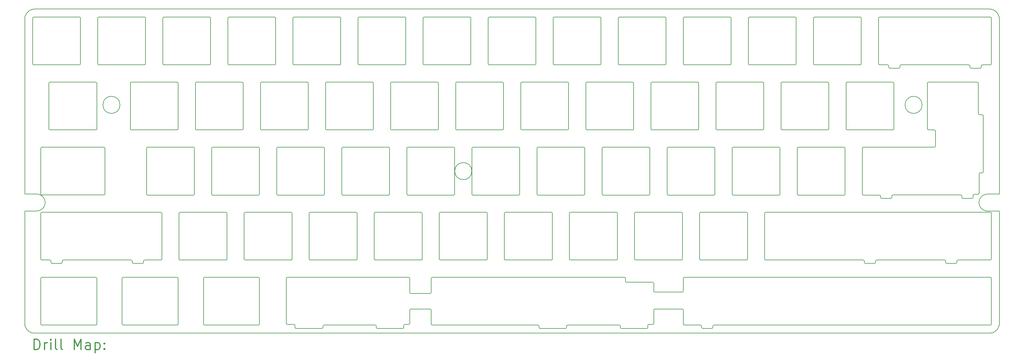
<source format=gbr>
%FSLAX45Y45*%
G04 Gerber Fmt 4.5, Leading zero omitted, Abs format (unit mm)*
G04 Created by KiCad (PCBNEW (5.1.4)-1) date 2020-11-16 22:26:11*
%MOMM*%
%LPD*%
G04 APERTURE LIST*
%ADD10C,0.200000*%
%ADD11C,0.300000*%
G04 APERTURE END LIST*
D10*
X27980100Y4719110D02*
X28045000Y4719110D01*
X28200162Y3599140D02*
X28547000Y3599140D01*
X28200162Y4099100D02*
X28547000Y4099100D01*
X11251300Y1659300D02*
G75*
G02X11281300Y1629300I0J-30000D01*
G01*
X7697700Y282222D02*
G75*
G02X7667700Y312222I0J30000D01*
G01*
X7667700Y1629300D02*
G75*
G02X7697700Y1659300I30000J0D01*
G01*
X27898000Y7374290D02*
G75*
G02X27928000Y7344290I0J-30000D01*
G01*
X27806900Y7374290D02*
X27898000Y7374290D01*
X27928000Y7219300D02*
X27928000Y7344290D01*
X14948300Y1659300D02*
X15751200Y1659300D01*
X25037600Y4069080D02*
G75*
G02X25067600Y4039080I0J-30000D01*
G01*
X24532100Y5439150D02*
G75*
G02X24562100Y5469150I30000J0D01*
G01*
X24562100Y4069080D02*
G75*
G02X24532100Y4099080I0J30000D01*
G01*
X24562100Y5469150D02*
X24812700Y5469150D01*
X24562100Y4069080D02*
X25037600Y4069080D01*
X24532100Y4769115D02*
X24532100Y4099080D01*
X24532100Y4769115D02*
X24532100Y5439150D01*
X10423800Y1659300D02*
X11251300Y1659300D01*
X11281300Y1482260D02*
X11281300Y1629300D01*
X7667700Y1159250D02*
X7667700Y939228D01*
X8607620Y1659300D02*
X7697700Y1659300D01*
X7667700Y1159250D02*
X7667700Y1629300D01*
X7667700Y939228D02*
X7667700Y312222D01*
X7780100Y282222D02*
X7697700Y282222D01*
X25752500Y5469150D02*
X24812700Y5469150D01*
X23044600Y2164220D02*
X23609500Y2164210D01*
X23044600Y3564290D02*
X23609500Y3564290D01*
X28200162Y3599140D02*
G75*
G02X28200162Y4099100I-3162J249980D01*
G01*
X26283200Y6709060D02*
G75*
G03X26283200Y6709060I-250000J0D01*
G01*
X13098400Y4769045D02*
G75*
G03X13098400Y4769045I-250000J0D01*
G01*
X2798265Y6709130D02*
G75*
G03X2798265Y6709130I-250000J0D01*
G01*
X352929Y4099100D02*
G75*
G02X359530Y3599189I6670J-249911D01*
G01*
X359530Y3599189D02*
X359530Y3599140D01*
X8222670Y162195D02*
X8428330Y162195D01*
X10602500Y162195D02*
X10808900Y162195D01*
X17746400Y162195D02*
X17940800Y162195D01*
X15366300Y162195D02*
X15572600Y162195D01*
X27958000Y6421790D02*
G75*
G02X27928000Y6451790I0J30000D01*
G01*
X27928000Y6604190D02*
X27928000Y6451790D01*
X27417500Y4069220D02*
G75*
G02X27447500Y4039220I0J-30000D01*
G01*
X27092500Y4069220D02*
X27417500Y4069220D01*
X19293100Y1259210D02*
G75*
G02X19263100Y1229210I-30000J0D01*
G01*
X18455200Y1229210D02*
G75*
G02X18425200Y1259210I0J30000D01*
G01*
X19078300Y1229210D02*
X18455200Y1229210D01*
X19078300Y1229210D02*
X19263100Y1229210D01*
X25397400Y4039220D02*
G75*
G02X25427400Y4069220I30000J0D01*
G01*
X25722500Y4069220D02*
X25427400Y4069220D01*
X25752500Y4069220D02*
X25722500Y4069220D01*
X25038100Y7879220D02*
G75*
G02X25008100Y7909220I0J30000D01*
G01*
X25275600Y7879220D02*
G75*
G02X25305600Y7849220I0J-30000D01*
G01*
X25335600Y7782210D02*
G75*
G02X25305600Y7812210I0J30000D01*
G01*
X25635700Y7812210D02*
G75*
G02X25605700Y7782210I-30000J0D01*
G01*
X25635700Y7849220D02*
G75*
G02X25665700Y7879220I30000J0D01*
G01*
X27655600Y7879220D02*
G75*
G02X27685600Y7849220I0J-30000D01*
G01*
X27715600Y7782210D02*
G75*
G02X27685600Y7812210I0J30000D01*
G01*
X28015700Y7812210D02*
G75*
G02X27985700Y7782210I-30000J0D01*
G01*
X28015700Y7849220D02*
G75*
G02X28045700Y7879220I30000J0D01*
G01*
X28313200Y7909220D02*
G75*
G02X28283200Y7879220I-30000J0D01*
G01*
X28283200Y9279290D02*
G75*
G02X28313200Y9249290I0J-30000D01*
G01*
X25008100Y9249290D02*
G75*
G02X25038100Y9279290I30000J0D01*
G01*
X26675100Y5499150D02*
G75*
G02X26645100Y5469150I-30000J0D01*
G01*
X26645100Y5974220D02*
G75*
G02X26675100Y5944220I0J-30000D01*
G01*
X26467000Y5974220D02*
G75*
G02X26437000Y6004220I0J30000D01*
G01*
X26437000Y7344290D02*
G75*
G02X26467000Y7374290I30000J0D01*
G01*
X28045000Y6421790D02*
G75*
G02X28075000Y6391790I0J-30000D01*
G01*
X28075000Y4749110D02*
G75*
G02X28045000Y4719110I-30000J0D01*
G01*
X28075000Y5021720D02*
X28075000Y4749110D01*
X27950100Y4689110D02*
G75*
G02X27980100Y4719110I30000J0D01*
G01*
X27950100Y4122220D02*
G75*
G02X27920100Y4092220I-30000J0D01*
G01*
X27777500Y4062220D02*
G75*
G02X27807500Y4092220I30000J0D01*
G01*
X27777500Y4002210D02*
G75*
G02X27747500Y3972210I-30000J0D01*
G01*
X27477500Y3972210D02*
G75*
G02X27447500Y4002210I0J30000D01*
G01*
X25397400Y4002210D02*
G75*
G02X25367400Y3972210I-30000J0D01*
G01*
X25097600Y3972210D02*
G75*
G02X25067600Y4002210I0J30000D01*
G01*
X24561400Y2164210D02*
G75*
G02X24591400Y2134210I0J-30000D01*
G01*
X24621400Y2067200D02*
G75*
G02X24591400Y2097200I0J30000D01*
G01*
X24921300Y2097200D02*
G75*
G02X24891300Y2067200I-30000J0D01*
G01*
X24921300Y2134210D02*
G75*
G02X24951300Y2164210I30000J0D01*
G01*
X26941200Y2164210D02*
G75*
G02X26971200Y2134210I0J-30000D01*
G01*
X27001200Y2067200D02*
G75*
G02X26971200Y2097200I0J30000D01*
G01*
X27301300Y2097200D02*
G75*
G02X27271300Y2067200I-30000J0D01*
G01*
X27301300Y2134210D02*
G75*
G02X27331300Y2164210I30000J0D01*
G01*
X28313200Y2194210D02*
G75*
G02X28283200Y2164210I-30000J0D01*
G01*
X28283200Y3564290D02*
G75*
G02X28313200Y3534290I0J-30000D01*
G01*
X7892610Y282222D02*
G75*
G02X7922610Y252222I0J-30000D01*
G01*
X7952610Y162195D02*
G75*
G02X7922610Y192195I0J30000D01*
G01*
X8740780Y192195D02*
G75*
G02X8710780Y162195I-30000J0D01*
G01*
X8740780Y229209D02*
G75*
G02X8770780Y259209I30000J0D01*
G01*
X10272600Y259209D02*
G75*
G02X10302600Y229209I0J-30000D01*
G01*
X10332600Y162195D02*
G75*
G02X10302600Y192195I0J30000D01*
G01*
X11108800Y192195D02*
G75*
G02X11078800Y162195I-30000J0D01*
G01*
X11108800Y252222D02*
G75*
G02X11138800Y282222I30000J0D01*
G01*
X11281300Y312222D02*
G75*
G02X11251300Y282222I-30000J0D01*
G01*
X11281300Y699259D02*
G75*
G02X11311300Y729259I30000J0D01*
G01*
X11881400Y729259D02*
G75*
G02X11911400Y699259I0J-30000D01*
G01*
X11941400Y259209D02*
G75*
G02X11911400Y289209I0J30000D01*
G01*
X15036400Y259209D02*
G75*
G02X15066400Y229209I0J-30000D01*
G01*
X15096400Y162195D02*
G75*
G02X15066400Y192195I0J30000D01*
G01*
X14978300Y259209D02*
X15036400Y259209D01*
X15872700Y192195D02*
G75*
G02X15842700Y162195I-30000J0D01*
G01*
X15872700Y229209D02*
G75*
G02X15902700Y259209I30000J0D01*
G01*
X17416200Y259209D02*
G75*
G02X17446200Y229209I0J-30000D01*
G01*
X17476200Y162195D02*
G75*
G02X17446200Y192195I0J30000D01*
G01*
X18252700Y192195D02*
G75*
G02X18222700Y162195I-30000J0D01*
G01*
X18252700Y252222D02*
G75*
G02X18282700Y282222I30000J0D01*
G01*
X18425200Y312222D02*
G75*
G02X18395200Y282222I-30000J0D01*
G01*
X18425200Y699259D02*
G75*
G02X18455200Y729259I30000J0D01*
G01*
X19263100Y729259D02*
G75*
G02X19293100Y699259I0J-30000D01*
G01*
X19323100Y259209D02*
G75*
G02X19293100Y289209I0J30000D01*
G01*
X19798300Y259209D02*
G75*
G02X19828300Y229209I0J-30000D01*
G01*
X19858300Y162195D02*
G75*
G02X19828300Y192195I0J30000D01*
G01*
X20158100Y192195D02*
G75*
G02X20128100Y162195I-30000J0D01*
G01*
X20158100Y229209D02*
G75*
G02X20188100Y259209I30000J0D01*
G01*
X28313200Y289209D02*
G75*
G02X28283200Y259209I-30000J0D01*
G01*
X28283200Y1659300D02*
G75*
G02X28313200Y1629300I0J-30000D01*
G01*
X19293100Y1629300D02*
G75*
G02X19323100Y1659300I30000J0D01*
G01*
X18395200Y1512260D02*
G75*
G02X18425200Y1482260I0J-30000D01*
G01*
X17627700Y1512260D02*
G75*
G02X17597700Y1542260I0J30000D01*
G01*
X17567700Y1659300D02*
G75*
G02X17597700Y1629300I0J-30000D01*
G01*
X11911400Y1629300D02*
G75*
G02X11941400Y1659300I30000J0D01*
G01*
X11911400Y1219250D02*
G75*
G02X11881400Y1189250I-30000J0D01*
G01*
X11311300Y1189250D02*
G75*
G02X11281300Y1219250I0J30000D01*
G01*
X5273870Y259209D02*
G75*
G02X5243870Y289209I0J30000D01*
G01*
X6881920Y289209D02*
G75*
G02X6851920Y259209I-30000J0D01*
G01*
X6851920Y1659300D02*
G75*
G02X6881920Y1629300I0J-30000D01*
G01*
X5243870Y1629300D02*
G75*
G02X5273870Y1659300I30000J0D01*
G01*
X2892600Y259209D02*
G75*
G02X2862600Y289209I0J30000D01*
G01*
X4500670Y289209D02*
G75*
G02X4470670Y259209I-30000J0D01*
G01*
X4470670Y1659300D02*
G75*
G02X4500670Y1629300I0J-30000D01*
G01*
X2862600Y1629300D02*
G75*
G02X2892600Y1659300I30000J0D01*
G01*
X2089560Y1659300D02*
G75*
G02X2119560Y1629300I0J-30000D01*
G01*
X2119560Y289209D02*
G75*
G02X2089560Y259209I-30000J0D01*
G01*
X511348Y259209D02*
G75*
G02X481348Y289209I0J30000D01*
G01*
X481348Y1629300D02*
G75*
G02X511348Y1659300I30000J0D01*
G01*
X3994420Y3564290D02*
G75*
G02X4024420Y3534290I0J-30000D01*
G01*
X4024420Y2194210D02*
G75*
G02X3994420Y2164210I-30000J0D01*
G01*
X3488780Y2134210D02*
G75*
G02X3518780Y2164210I30000J0D01*
G01*
X3488780Y2097200D02*
G75*
G02X3458780Y2067200I-30000J0D01*
G01*
X3188740Y2067200D02*
G75*
G02X3158740Y2097200I0J30000D01*
G01*
X3128740Y2164210D02*
G75*
G02X3158740Y2134210I0J-30000D01*
G01*
X1108770Y2134210D02*
G75*
G02X1138770Y2164210I30000J0D01*
G01*
X1108770Y2097200D02*
G75*
G02X1078770Y2067200I-30000J0D01*
G01*
X808866Y2067200D02*
G75*
G02X778866Y2097200I0J30000D01*
G01*
X748866Y2164210D02*
G75*
G02X778866Y2134210I0J-30000D01*
G01*
X511348Y2164210D02*
G75*
G02X481348Y2194210I0J30000D01*
G01*
X481348Y3534290D02*
G75*
G02X511348Y3564290I30000J0D01*
G01*
X2357680Y4099220D02*
G75*
G02X2327680Y4069220I-30000J0D01*
G01*
X2327680Y5469150D02*
G75*
G02X2357680Y5439150I0J-30000D01*
G01*
X481348Y5439150D02*
G75*
G02X511348Y5469150I30000J0D01*
G01*
X511348Y4069220D02*
G75*
G02X481348Y4099220I0J30000D01*
G01*
X21704514Y2164220D02*
G75*
G02X21674514Y2194220I0J30000D01*
G01*
X21674514Y2194220D02*
X21674514Y3534290D01*
X23044600Y2164220D02*
X21704514Y2164220D01*
X21674514Y3534290D02*
G75*
G02X21704514Y3564290I30000J0D01*
G01*
X21704514Y3564290D02*
X23044600Y3564290D01*
X19799314Y2164220D02*
G75*
G02X19769314Y2194220I0J30000D01*
G01*
X19769314Y2194220D02*
X19769314Y3534290D01*
X21169400Y2194220D02*
G75*
G02X21139400Y2164220I-30000J0D01*
G01*
X21139400Y2164220D02*
X19799314Y2164220D01*
X21139400Y3564290D02*
G75*
G02X21169400Y3534290I0J-30000D01*
G01*
X21169400Y3534290D02*
X21169400Y2194220D01*
X19769314Y3534290D02*
G75*
G02X19799314Y3564290I30000J0D01*
G01*
X19799314Y3564290D02*
X21139400Y3564290D01*
X17894514Y2164220D02*
G75*
G02X17864514Y2194220I0J30000D01*
G01*
X17864514Y2194220D02*
X17864514Y3534290D01*
X19264600Y2194220D02*
G75*
G02X19234600Y2164220I-30000J0D01*
G01*
X19234600Y2164220D02*
X17894514Y2164220D01*
X19234600Y3564290D02*
G75*
G02X19264600Y3534290I0J-30000D01*
G01*
X19264600Y3534290D02*
X19264600Y2194220D01*
X17864514Y3534290D02*
G75*
G02X17894514Y3564290I30000J0D01*
G01*
X17894514Y3564290D02*
X19234600Y3564290D01*
X15989514Y2164220D02*
G75*
G02X15959514Y2194220I0J30000D01*
G01*
X15959514Y2194220D02*
X15959514Y3534290D01*
X17359600Y2194220D02*
G75*
G02X17329600Y2164220I-30000J0D01*
G01*
X17329600Y2164220D02*
X15989514Y2164220D01*
X17329600Y3564290D02*
G75*
G02X17359600Y3534290I0J-30000D01*
G01*
X17359600Y3534290D02*
X17359600Y2194220D01*
X15959514Y3534290D02*
G75*
G02X15989514Y3564290I30000J0D01*
G01*
X15989514Y3564290D02*
X17329600Y3564290D01*
X14084314Y2164220D02*
G75*
G02X14054314Y2194220I0J30000D01*
G01*
X14054314Y2194220D02*
X14054314Y3534290D01*
X15454400Y2194220D02*
G75*
G02X15424400Y2164220I-30000J0D01*
G01*
X15424400Y2164220D02*
X14084314Y2164220D01*
X15424400Y3564290D02*
G75*
G02X15454400Y3534290I0J-30000D01*
G01*
X15454400Y3534290D02*
X15454400Y2194220D01*
X14054314Y3534290D02*
G75*
G02X14084314Y3564290I30000J0D01*
G01*
X14084314Y3564290D02*
X15424400Y3564290D01*
X12179514Y2164220D02*
G75*
G02X12149514Y2194220I0J30000D01*
G01*
X12149514Y2194220D02*
X12149514Y3534290D01*
X13549600Y2194220D02*
G75*
G02X13519600Y2164220I-30000J0D01*
G01*
X13519600Y2164220D02*
X12179514Y2164220D01*
X13519600Y3564290D02*
G75*
G02X13549600Y3534290I0J-30000D01*
G01*
X13549600Y3534290D02*
X13549600Y2194220D01*
X12149514Y3534290D02*
G75*
G02X12179514Y3564290I30000J0D01*
G01*
X12179514Y3564290D02*
X13519600Y3564290D01*
X10274314Y2164220D02*
G75*
G02X10244314Y2194220I0J30000D01*
G01*
X10244314Y2194220D02*
X10244314Y3534290D01*
X11644400Y2194220D02*
G75*
G02X11614400Y2164220I-30000J0D01*
G01*
X11614400Y2164220D02*
X10274314Y2164220D01*
X11614400Y3564290D02*
G75*
G02X11644400Y3534290I0J-30000D01*
G01*
X11644400Y3534290D02*
X11644400Y2194220D01*
X10244314Y3534290D02*
G75*
G02X10274314Y3564290I30000J0D01*
G01*
X10274314Y3564290D02*
X11614400Y3564290D01*
X8369474Y2164220D02*
G75*
G02X8339474Y2194220I0J30000D01*
G01*
X8339474Y2194220D02*
X8339474Y3534290D01*
X9739560Y2194220D02*
G75*
G02X9709560Y2164220I-30000J0D01*
G01*
X9709560Y2164220D02*
X8369474Y2164220D01*
X9709560Y3564290D02*
G75*
G02X9739560Y3534290I0J-30000D01*
G01*
X9739560Y3534290D02*
X9739560Y2194220D01*
X8339474Y3534290D02*
G75*
G02X8369474Y3564290I30000J0D01*
G01*
X8369474Y3564290D02*
X9709560Y3564290D01*
X6464474Y2164220D02*
G75*
G02X6434474Y2194220I0J30000D01*
G01*
X6434474Y2194220D02*
X6434474Y3534290D01*
X7834560Y2194220D02*
G75*
G02X7804560Y2164220I-30000J0D01*
G01*
X7804560Y2164220D02*
X6464474Y2164220D01*
X7804560Y3564290D02*
G75*
G02X7834560Y3534290I0J-30000D01*
G01*
X7834560Y3534290D02*
X7834560Y2194220D01*
X6434474Y3534290D02*
G75*
G02X6464474Y3564290I30000J0D01*
G01*
X6464474Y3564290D02*
X7804560Y3564290D01*
X4559474Y2164220D02*
G75*
G02X4529474Y2194220I0J30000D01*
G01*
X4529474Y2194220D02*
X4529474Y3534290D01*
X5929560Y2194220D02*
G75*
G02X5899560Y2164220I-30000J0D01*
G01*
X5899560Y2164220D02*
X4559474Y2164220D01*
X5899560Y3564290D02*
G75*
G02X5929560Y3534290I0J-30000D01*
G01*
X5929560Y3534290D02*
X5929560Y2194220D01*
X4529474Y3534290D02*
G75*
G02X4559474Y3564290I30000J0D01*
G01*
X4559474Y3564290D02*
X5899560Y3564290D01*
X3606974Y4069080D02*
G75*
G02X3576974Y4099080I0J30000D01*
G01*
X3576974Y4099080D02*
X3576974Y5439150D01*
X4977060Y4099080D02*
G75*
G02X4947060Y4069080I-30000J0D01*
G01*
X4947060Y4069080D02*
X3606974Y4069080D01*
X4947060Y5469150D02*
G75*
G02X4977060Y5439150I0J-30000D01*
G01*
X4977060Y5439150D02*
X4977060Y4099080D01*
X3576974Y5439150D02*
G75*
G02X3606974Y5469150I30000J0D01*
G01*
X3606974Y5469150D02*
X4947060Y5469150D01*
X5511834Y4069080D02*
G75*
G02X5481834Y4099080I0J30000D01*
G01*
X5481834Y4099080D02*
X5481834Y5439150D01*
X6881920Y4099080D02*
G75*
G02X6851920Y4069080I-30000J0D01*
G01*
X6851920Y4069080D02*
X5511834Y4069080D01*
X6851920Y5469150D02*
G75*
G02X6881920Y5439150I0J-30000D01*
G01*
X6881920Y5439150D02*
X6881920Y4099080D01*
X5481834Y5439150D02*
G75*
G02X5511834Y5469150I30000J0D01*
G01*
X5511834Y5469150D02*
X6851920Y5469150D01*
X7416834Y4069080D02*
G75*
G02X7386834Y4099080I0J30000D01*
G01*
X7386834Y4099080D02*
X7386834Y5439150D01*
X8786920Y4099080D02*
G75*
G02X8756920Y4069080I-30000J0D01*
G01*
X8756920Y4069080D02*
X7416834Y4069080D01*
X8756920Y5469150D02*
G75*
G02X8786920Y5439150I0J-30000D01*
G01*
X8786920Y5439150D02*
X8786920Y4099080D01*
X7386834Y5439150D02*
G75*
G02X7416834Y5469150I30000J0D01*
G01*
X7416834Y5469150D02*
X8756920Y5469150D01*
X9321814Y4069080D02*
G75*
G02X9291814Y4099080I0J30000D01*
G01*
X9291814Y4099080D02*
X9291814Y5439150D01*
X10691900Y4099080D02*
G75*
G02X10661900Y4069080I-30000J0D01*
G01*
X10661900Y4069080D02*
X9321814Y4069080D01*
X10661900Y5469150D02*
G75*
G02X10691900Y5439150I0J-30000D01*
G01*
X10691900Y5439150D02*
X10691900Y4099080D01*
X9291814Y5439150D02*
G75*
G02X9321814Y5469150I30000J0D01*
G01*
X9321814Y5469150D02*
X10661900Y5469150D01*
X11227014Y4069080D02*
G75*
G02X11197014Y4099080I0J30000D01*
G01*
X11197014Y4099080D02*
X11197014Y5439150D01*
X12597100Y4099080D02*
G75*
G02X12567100Y4069080I-30000J0D01*
G01*
X12567100Y4069080D02*
X11227014Y4069080D01*
X12567100Y5469150D02*
G75*
G02X12597100Y5439150I0J-30000D01*
G01*
X12597100Y5439150D02*
X12597100Y4099080D01*
X11197014Y5439150D02*
G75*
G02X11227014Y5469150I30000J0D01*
G01*
X11227014Y5469150D02*
X12567100Y5469150D01*
X13131814Y4069080D02*
G75*
G02X13101814Y4099080I0J30000D01*
G01*
X13101814Y4099080D02*
X13101814Y5439150D01*
X14501900Y4099080D02*
G75*
G02X14471900Y4069080I-30000J0D01*
G01*
X14471900Y4069080D02*
X13131814Y4069080D01*
X14471900Y5469150D02*
G75*
G02X14501900Y5439150I0J-30000D01*
G01*
X14501900Y5439150D02*
X14501900Y4099080D01*
X13101814Y5439150D02*
G75*
G02X13131814Y5469150I30000J0D01*
G01*
X13131814Y5469150D02*
X14471900Y5469150D01*
X15036814Y4069080D02*
G75*
G02X15006814Y4099080I0J30000D01*
G01*
X15006814Y4099080D02*
X15006814Y5439150D01*
X16406900Y4099080D02*
G75*
G02X16376900Y4069080I-30000J0D01*
G01*
X16376900Y4069080D02*
X15036814Y4069080D01*
X16376900Y5469150D02*
G75*
G02X16406900Y5439150I0J-30000D01*
G01*
X16406900Y5439150D02*
X16406900Y4099080D01*
X15006814Y5439150D02*
G75*
G02X15036814Y5469150I30000J0D01*
G01*
X15036814Y5469150D02*
X16376900Y5469150D01*
X16942014Y4069080D02*
G75*
G02X16912014Y4099080I0J30000D01*
G01*
X16912014Y4099080D02*
X16912014Y5439150D01*
X18312100Y4099080D02*
G75*
G02X18282100Y4069080I-30000J0D01*
G01*
X18282100Y4069080D02*
X16942014Y4069080D01*
X18282100Y5469150D02*
G75*
G02X18312100Y5439150I0J-30000D01*
G01*
X18312100Y5439150D02*
X18312100Y4099080D01*
X16912014Y5439150D02*
G75*
G02X16942014Y5469150I30000J0D01*
G01*
X16942014Y5469150D02*
X18282100Y5469150D01*
X18846814Y4069080D02*
G75*
G02X18816814Y4099080I0J30000D01*
G01*
X18816814Y4099080D02*
X18816814Y5439150D01*
X20216900Y4099080D02*
G75*
G02X20186900Y4069080I-30000J0D01*
G01*
X20186900Y4069080D02*
X18846814Y4069080D01*
X20186900Y5469150D02*
G75*
G02X20216900Y5439150I0J-30000D01*
G01*
X20216900Y5439150D02*
X20216900Y4099080D01*
X18816814Y5439150D02*
G75*
G02X18846814Y5469150I30000J0D01*
G01*
X18846814Y5469150D02*
X20186900Y5469150D01*
X20752014Y4069080D02*
G75*
G02X20722014Y4099080I0J30000D01*
G01*
X20722014Y4099080D02*
X20722014Y5439150D01*
X22122100Y4099080D02*
G75*
G02X22092100Y4069080I-30000J0D01*
G01*
X22092100Y4069080D02*
X20752014Y4069080D01*
X22092100Y5469150D02*
G75*
G02X22122100Y5439150I0J-30000D01*
G01*
X22122100Y5439150D02*
X22122100Y4099080D01*
X20722014Y5439150D02*
G75*
G02X20752014Y5469150I30000J0D01*
G01*
X20752014Y5469150D02*
X22092100Y5469150D01*
X22657014Y4069080D02*
G75*
G02X22627014Y4099080I0J30000D01*
G01*
X22627014Y4099080D02*
X22627014Y5439150D01*
X24027100Y4099080D02*
G75*
G02X23997100Y4069080I-30000J0D01*
G01*
X23997100Y4069080D02*
X22657014Y4069080D01*
X23997100Y5469150D02*
G75*
G02X24027100Y5439150I0J-30000D01*
G01*
X24027100Y5439150D02*
X24027100Y4099080D01*
X22627014Y5439150D02*
G75*
G02X22657014Y5469150I30000J0D01*
G01*
X22657014Y5469150D02*
X23997100Y5469150D01*
X24085614Y5974220D02*
G75*
G02X24055614Y6004220I0J30000D01*
G01*
X24055614Y6004220D02*
X24055614Y7344290D01*
X25455700Y6004220D02*
G75*
G02X25425700Y5974220I-30000J0D01*
G01*
X25425700Y5974220D02*
X24085614Y5974220D01*
X25425700Y7374290D02*
G75*
G02X25455700Y7344290I0J-30000D01*
G01*
X25455700Y7344290D02*
X25455700Y6004220D01*
X24055614Y7344290D02*
G75*
G02X24085614Y7374290I30000J0D01*
G01*
X24085614Y7374290D02*
X25425700Y7374290D01*
X22180714Y5974220D02*
G75*
G02X22150714Y6004220I0J30000D01*
G01*
X22150714Y6004220D02*
X22150714Y7344290D01*
X23550800Y6004220D02*
G75*
G02X23520800Y5974220I-30000J0D01*
G01*
X23520800Y5974220D02*
X22180714Y5974220D01*
X23520800Y7374290D02*
G75*
G02X23550800Y7344290I0J-30000D01*
G01*
X23550800Y7344290D02*
X23550800Y6004220D01*
X22150714Y7344290D02*
G75*
G02X22180714Y7374290I30000J0D01*
G01*
X22180714Y7374290D02*
X23520800Y7374290D01*
X20275614Y5974220D02*
G75*
G02X20245614Y6004220I0J30000D01*
G01*
X20245614Y6004220D02*
X20245614Y7344290D01*
X21645700Y6004220D02*
G75*
G02X21615700Y5974220I-30000J0D01*
G01*
X21615700Y5974220D02*
X20275614Y5974220D01*
X21615700Y7374290D02*
G75*
G02X21645700Y7344290I0J-30000D01*
G01*
X21645700Y7344290D02*
X21645700Y6004220D01*
X20245614Y7344290D02*
G75*
G02X20275614Y7374290I30000J0D01*
G01*
X20275614Y7374290D02*
X21615700Y7374290D01*
X18370714Y5974220D02*
G75*
G02X18340714Y6004220I0J30000D01*
G01*
X18340714Y6004220D02*
X18340714Y7344290D01*
X19740800Y6004220D02*
G75*
G02X19710800Y5974220I-30000J0D01*
G01*
X19710800Y5974220D02*
X18370714Y5974220D01*
X19710800Y7374290D02*
G75*
G02X19740800Y7344290I0J-30000D01*
G01*
X19740800Y7344290D02*
X19740800Y6004220D01*
X18340714Y7344290D02*
G75*
G02X18370714Y7374290I30000J0D01*
G01*
X18370714Y7374290D02*
X19710800Y7374290D01*
X16465714Y5974220D02*
G75*
G02X16435714Y6004220I0J30000D01*
G01*
X16435714Y6004220D02*
X16435714Y7344290D01*
X17835800Y6004220D02*
G75*
G02X17805800Y5974220I-30000J0D01*
G01*
X17805800Y5974220D02*
X16465714Y5974220D01*
X17805800Y7374290D02*
G75*
G02X17835800Y7344290I0J-30000D01*
G01*
X17835800Y7344290D02*
X17835800Y6004220D01*
X16435714Y7344290D02*
G75*
G02X16465714Y7374290I30000J0D01*
G01*
X16465714Y7374290D02*
X17805800Y7374290D01*
X14560614Y5974220D02*
G75*
G02X14530614Y6004220I0J30000D01*
G01*
X14530614Y6004220D02*
X14530614Y7344290D01*
X15930700Y6004220D02*
G75*
G02X15900700Y5974220I-30000J0D01*
G01*
X15900700Y5974220D02*
X14560614Y5974220D01*
X15900700Y7374290D02*
G75*
G02X15930700Y7344290I0J-30000D01*
G01*
X15930700Y7344290D02*
X15930700Y6004220D01*
X14530614Y7344290D02*
G75*
G02X14560614Y7374290I30000J0D01*
G01*
X14560614Y7374290D02*
X15900700Y7374290D01*
X12655714Y5974220D02*
G75*
G02X12625714Y6004220I0J30000D01*
G01*
X12625714Y6004220D02*
X12625714Y7344290D01*
X14025800Y6004220D02*
G75*
G02X13995800Y5974220I-30000J0D01*
G01*
X13995800Y5974220D02*
X12655714Y5974220D01*
X13995800Y7374290D02*
G75*
G02X14025800Y7344290I0J-30000D01*
G01*
X14025800Y7344290D02*
X14025800Y6004220D01*
X12625714Y7344290D02*
G75*
G02X12655714Y7374290I30000J0D01*
G01*
X12655714Y7374290D02*
X13995800Y7374290D01*
X10750614Y5974220D02*
G75*
G02X10720614Y6004220I0J30000D01*
G01*
X10720614Y6004220D02*
X10720614Y7344290D01*
X12120700Y6004220D02*
G75*
G02X12090700Y5974220I-30000J0D01*
G01*
X12090700Y5974220D02*
X10750614Y5974220D01*
X12090700Y7374290D02*
G75*
G02X12120700Y7344290I0J-30000D01*
G01*
X12120700Y7344290D02*
X12120700Y6004220D01*
X10720614Y7344290D02*
G75*
G02X10750614Y7374290I30000J0D01*
G01*
X10750614Y7374290D02*
X12090700Y7374290D01*
X8845714Y5974220D02*
G75*
G02X8815714Y6004220I0J30000D01*
G01*
X8815714Y6004220D02*
X8815714Y7344290D01*
X10215800Y6004220D02*
G75*
G02X10185800Y5974220I-30000J0D01*
G01*
X10185800Y5974220D02*
X8845714Y5974220D01*
X10185800Y7374290D02*
G75*
G02X10215800Y7344290I0J-30000D01*
G01*
X10215800Y7344290D02*
X10215800Y6004220D01*
X8815714Y7344290D02*
G75*
G02X8845714Y7374290I30000J0D01*
G01*
X8845714Y7374290D02*
X10185800Y7374290D01*
X6940724Y5974220D02*
G75*
G02X6910724Y6004220I0J30000D01*
G01*
X6910724Y6004220D02*
X6910724Y7344290D01*
X8310810Y6004220D02*
G75*
G02X8280810Y5974220I-30000J0D01*
G01*
X8280810Y5974220D02*
X6940724Y5974220D01*
X8280810Y7374290D02*
G75*
G02X8310810Y7344290I0J-30000D01*
G01*
X8310810Y7344290D02*
X8310810Y6004220D01*
X6910724Y7344290D02*
G75*
G02X6940724Y7374290I30000J0D01*
G01*
X6940724Y7374290D02*
X8280810Y7374290D01*
X5035724Y5974220D02*
G75*
G02X5005724Y6004220I0J30000D01*
G01*
X5005724Y6004220D02*
X5005724Y7344290D01*
X6405810Y6004220D02*
G75*
G02X6375810Y5974220I-30000J0D01*
G01*
X6375810Y5974220D02*
X5035724Y5974220D01*
X6375810Y7374290D02*
G75*
G02X6405810Y7344290I0J-30000D01*
G01*
X6405810Y7344290D02*
X6405810Y6004220D01*
X5005724Y7344290D02*
G75*
G02X5035724Y7374290I30000J0D01*
G01*
X5035724Y7374290D02*
X6375810Y7374290D01*
X3130584Y5974220D02*
G75*
G02X3100584Y6004220I0J30000D01*
G01*
X3100584Y6004220D02*
X3100584Y7344290D01*
X4500670Y6004220D02*
G75*
G02X4470670Y5974220I-30000J0D01*
G01*
X4470670Y5974220D02*
X3130584Y5974220D01*
X4470670Y7374290D02*
G75*
G02X4500670Y7344290I0J-30000D01*
G01*
X4500670Y7344290D02*
X4500670Y6004220D01*
X3100584Y7344290D02*
G75*
G02X3130584Y7374290I30000J0D01*
G01*
X3130584Y7374290D02*
X4470670Y7374290D01*
X749474Y5974220D02*
G75*
G02X719474Y6004220I0J30000D01*
G01*
X719474Y6004220D02*
X719474Y7344290D01*
X2119560Y6004220D02*
G75*
G02X2089560Y5974220I-30000J0D01*
G01*
X2089560Y5974220D02*
X749474Y5974220D01*
X2089560Y7374290D02*
G75*
G02X2119560Y7344290I0J-30000D01*
G01*
X2119560Y7344290D02*
X2119560Y6004220D01*
X719474Y7344290D02*
G75*
G02X749474Y7374290I30000J0D01*
G01*
X749474Y7374290D02*
X2089560Y7374290D01*
X23133214Y7879220D02*
G75*
G02X23103214Y7909220I0J30000D01*
G01*
X23103214Y7909220D02*
X23103214Y9249290D01*
X24503300Y7909220D02*
G75*
G02X24473300Y7879220I-30000J0D01*
G01*
X24473300Y7879220D02*
X23133214Y7879220D01*
X24473300Y9279290D02*
G75*
G02X24503300Y9249290I0J-30000D01*
G01*
X24503300Y9249290D02*
X24503300Y7909220D01*
X23103214Y9249290D02*
G75*
G02X23133214Y9279290I30000J0D01*
G01*
X23133214Y9279290D02*
X24473300Y9279290D01*
X21228214Y7879220D02*
G75*
G02X21198214Y7909220I0J30000D01*
G01*
X21198214Y7909220D02*
X21198214Y9249290D01*
X22598300Y7909220D02*
G75*
G02X22568300Y7879220I-30000J0D01*
G01*
X22568300Y7879220D02*
X21228214Y7879220D01*
X22568300Y9279290D02*
G75*
G02X22598300Y9249290I0J-30000D01*
G01*
X22598300Y9249290D02*
X22598300Y7909220D01*
X21198214Y9249290D02*
G75*
G02X21228214Y9279290I30000J0D01*
G01*
X21228214Y9279290D02*
X22568300Y9279290D01*
X19323114Y7879220D02*
G75*
G02X19293114Y7909220I0J30000D01*
G01*
X19293114Y7909220D02*
X19293114Y9249290D01*
X20693200Y7909220D02*
G75*
G02X20663200Y7879220I-30000J0D01*
G01*
X20663200Y7879220D02*
X19323114Y7879220D01*
X20663200Y9279290D02*
G75*
G02X20693200Y9249290I0J-30000D01*
G01*
X20693200Y9249290D02*
X20693200Y7909220D01*
X19293114Y9249290D02*
G75*
G02X19323114Y9279290I30000J0D01*
G01*
X19323114Y9279290D02*
X20663200Y9279290D01*
X17418214Y7879220D02*
G75*
G02X17388214Y7909220I0J30000D01*
G01*
X17388214Y7909220D02*
X17388214Y9249290D01*
X18788300Y7909220D02*
G75*
G02X18758300Y7879220I-30000J0D01*
G01*
X18758300Y7879220D02*
X17418214Y7879220D01*
X18758300Y9279290D02*
G75*
G02X18788300Y9249290I0J-30000D01*
G01*
X18788300Y9249290D02*
X18788300Y7909220D01*
X17388214Y9249290D02*
G75*
G02X17418214Y9279290I30000J0D01*
G01*
X17418214Y9279290D02*
X18758300Y9279290D01*
X15513114Y7879220D02*
G75*
G02X15483114Y7909220I0J30000D01*
G01*
X15483114Y7909220D02*
X15483114Y9249290D01*
X16883200Y7909220D02*
G75*
G02X16853200Y7879220I-30000J0D01*
G01*
X16853200Y7879220D02*
X15513114Y7879220D01*
X16853200Y9279290D02*
G75*
G02X16883200Y9249290I0J-30000D01*
G01*
X16883200Y9249290D02*
X16883200Y7909220D01*
X15483114Y9249290D02*
G75*
G02X15513114Y9279290I30000J0D01*
G01*
X15513114Y9279290D02*
X16853200Y9279290D01*
X13608214Y7879220D02*
G75*
G02X13578214Y7909220I0J30000D01*
G01*
X13578214Y7909220D02*
X13578214Y9249290D01*
X14978300Y7909220D02*
G75*
G02X14948300Y7879220I-30000J0D01*
G01*
X14948300Y7879220D02*
X13608214Y7879220D01*
X14948300Y9279290D02*
G75*
G02X14978300Y9249290I0J-30000D01*
G01*
X14978300Y9249290D02*
X14978300Y7909220D01*
X13578214Y9249290D02*
G75*
G02X13608214Y9279290I30000J0D01*
G01*
X13608214Y9279290D02*
X14948300Y9279290D01*
X11703214Y7879220D02*
G75*
G02X11673214Y7909220I0J30000D01*
G01*
X11673214Y7909220D02*
X11673214Y9249290D01*
X13073300Y7909220D02*
G75*
G02X13043300Y7879220I-30000J0D01*
G01*
X13043300Y7879220D02*
X11703214Y7879220D01*
X13043300Y9279290D02*
G75*
G02X13073300Y9249290I0J-30000D01*
G01*
X13073300Y9249290D02*
X13073300Y7909220D01*
X11673214Y9249290D02*
G75*
G02X11703214Y9279290I30000J0D01*
G01*
X11703214Y9279290D02*
X13043300Y9279290D01*
X9798214Y7879220D02*
G75*
G02X9768214Y7909220I0J30000D01*
G01*
X9768214Y7909220D02*
X9768214Y9249290D01*
X11168300Y7909220D02*
G75*
G02X11138300Y7879220I-30000J0D01*
G01*
X11138300Y7879220D02*
X9798214Y7879220D01*
X11138300Y9279290D02*
G75*
G02X11168300Y9249290I0J-30000D01*
G01*
X11168300Y9249290D02*
X11168300Y7909220D01*
X9768214Y9249290D02*
G75*
G02X9798214Y9279290I30000J0D01*
G01*
X9798214Y9279290D02*
X11138300Y9279290D01*
X7893224Y7879220D02*
G75*
G02X7863224Y7909220I0J30000D01*
G01*
X7863224Y7909220D02*
X7863224Y9249290D01*
X9263310Y7909220D02*
G75*
G02X9233310Y7879220I-30000J0D01*
G01*
X9233310Y7879220D02*
X7893224Y7879220D01*
X9233310Y9279290D02*
G75*
G02X9263310Y9249290I0J-30000D01*
G01*
X9263310Y9249290D02*
X9263310Y7909220D01*
X7863224Y9249290D02*
G75*
G02X7893224Y9279290I30000J0D01*
G01*
X7893224Y9279290D02*
X9233310Y9279290D01*
X5988084Y7879220D02*
G75*
G02X5958084Y7909220I0J30000D01*
G01*
X5958084Y7909220D02*
X5958084Y9249290D01*
X7358170Y7909220D02*
G75*
G02X7328170Y7879220I-30000J0D01*
G01*
X7328170Y7879220D02*
X5988084Y7879220D01*
X7328170Y9279290D02*
G75*
G02X7358170Y9249290I0J-30000D01*
G01*
X7358170Y9249290D02*
X7358170Y7909220D01*
X5958084Y9249290D02*
G75*
G02X5988084Y9279290I30000J0D01*
G01*
X5988084Y9279290D02*
X7328170Y9279290D01*
X4083224Y7879220D02*
G75*
G02X4053224Y7909220I0J30000D01*
G01*
X4053224Y7909220D02*
X4053224Y9249290D01*
X5453310Y7909220D02*
G75*
G02X5423310Y7879220I-30000J0D01*
G01*
X5423310Y7879220D02*
X4083224Y7879220D01*
X5423310Y9279290D02*
G75*
G02X5453310Y9249290I0J-30000D01*
G01*
X5453310Y9249290D02*
X5453310Y7909220D01*
X4053224Y9249290D02*
G75*
G02X4083224Y9279290I30000J0D01*
G01*
X4083224Y9279290D02*
X5423310Y9279290D01*
X2178224Y7879220D02*
G75*
G02X2148224Y7909220I0J30000D01*
G01*
X2148224Y7909220D02*
X2148224Y9249290D01*
X3548310Y7909220D02*
G75*
G02X3518310Y7879220I-30000J0D01*
G01*
X3518310Y7879220D02*
X2178224Y7879220D01*
X3518310Y9279290D02*
G75*
G02X3548310Y9249290I0J-30000D01*
G01*
X3548310Y9249290D02*
X3548310Y7909220D01*
X2148224Y9249290D02*
G75*
G02X2178224Y9279290I30000J0D01*
G01*
X2178224Y9279290D02*
X3518310Y9279290D01*
X1643310Y7909220D02*
G75*
G02X1613310Y7879220I-30000J0D01*
G01*
X1613310Y9279290D02*
G75*
G02X1643310Y9249290I0J-30000D01*
G01*
X243224Y9249290D02*
G75*
G02X273224Y9279290I30000J0D01*
G01*
X273224Y7879220D02*
G75*
G02X243224Y7909220I0J30000D01*
G01*
X26437000Y1659300D02*
X26408200Y1659300D01*
X26437000Y259209D02*
X26408200Y259209D01*
X21198200Y259209D02*
X21169400Y259209D01*
X21198200Y1659300D02*
X21169400Y1659300D01*
X243224Y7909220D02*
X243224Y9249290D01*
X1613310Y7879220D02*
X273224Y7879220D01*
X1643310Y9249290D02*
X1643310Y7909220D01*
X273224Y9279290D02*
X1613310Y9279290D01*
X28283200Y9279290D02*
X25038100Y9279290D01*
X28313200Y7909220D02*
X28313200Y9249290D01*
X28045700Y7879220D02*
X28283200Y7879220D01*
X28015700Y7812210D02*
X28015700Y7849220D01*
X27715600Y7782210D02*
X27985700Y7782210D01*
X27685600Y7849220D02*
X27685600Y7812210D01*
X25665700Y7879220D02*
X27655600Y7879220D01*
X25635700Y7812210D02*
X25635700Y7849220D01*
X25335600Y7782210D02*
X25605700Y7782210D01*
X25305600Y7849220D02*
X25305600Y7812210D01*
X25038100Y7879220D02*
X25275600Y7879220D01*
X25008100Y9249290D02*
X25008100Y7909220D01*
X481348Y4099220D02*
X481348Y5439150D01*
X2327680Y4069220D02*
X511348Y4069220D01*
X2357680Y5439150D02*
X2357680Y4099220D01*
X511348Y5469150D02*
X2327680Y5469150D01*
X27806900Y7374290D02*
X26467000Y7374290D01*
X27928000Y6604190D02*
X27928000Y7219300D01*
X28045000Y6421790D02*
X27958000Y6421790D01*
X28075000Y5021720D02*
X28075000Y6391790D01*
X27950100Y4122220D02*
X27950100Y4689110D01*
X27807500Y4092220D02*
X27920100Y4092220D01*
X27777500Y4002210D02*
X27777500Y4062220D01*
X27477500Y3972210D02*
X27747500Y3972210D01*
X27447500Y4039220D02*
X27447500Y4002210D01*
X25752500Y4069220D02*
X27092500Y4069220D01*
X25397400Y4002210D02*
X25397400Y4039220D01*
X25097600Y3972210D02*
X25367400Y3972210D01*
X25067600Y4039080D02*
X25067600Y4002210D01*
X26645100Y5469150D02*
X25752500Y5469150D01*
X26675100Y5944220D02*
X26675100Y5499150D01*
X26467000Y5974220D02*
X26645100Y5974220D01*
X26437000Y7344290D02*
X26437000Y6004220D01*
X3994420Y3564290D02*
X511348Y3564290D01*
X4024420Y2194210D02*
X4024420Y3534290D01*
X3518780Y2164210D02*
X3994420Y2164210D01*
X3488780Y2097200D02*
X3488780Y2134210D01*
X3188740Y2067200D02*
X3458780Y2067200D01*
X3158740Y2134210D02*
X3158740Y2097200D01*
X1138770Y2164210D02*
X3128740Y2164210D01*
X1108770Y2097200D02*
X1108770Y2134210D01*
X808866Y2067200D02*
X1078770Y2067200D01*
X778866Y2134210D02*
X778866Y2097200D01*
X511348Y2164210D02*
X748866Y2164210D01*
X481348Y3534290D02*
X481348Y2194210D01*
X28283200Y3564290D02*
X23609500Y3564290D01*
X28313200Y2194210D02*
X28313200Y3534290D01*
X27331300Y2164210D02*
X28283200Y2164210D01*
X27301300Y2097200D02*
X27301300Y2134210D01*
X27001200Y2067200D02*
X27271300Y2067200D01*
X26971200Y2134210D02*
X26971200Y2097200D01*
X24951300Y2164210D02*
X26941200Y2164210D01*
X24921300Y2097200D02*
X24921300Y2134210D01*
X24621400Y2067200D02*
X24891300Y2067200D01*
X24591400Y2134210D02*
X24591400Y2097200D01*
X23609500Y2164210D02*
X24561400Y2164210D01*
X481348Y289209D02*
X481348Y1629300D01*
X2089560Y259209D02*
X511348Y259209D01*
X2119560Y1629300D02*
X2119560Y289209D01*
X511348Y1659300D02*
X2089560Y1659300D01*
X2862600Y289209D02*
X2862600Y1629300D01*
X4470670Y259209D02*
X2892600Y259209D01*
X4500670Y1629300D02*
X4500670Y289209D01*
X2892600Y1659300D02*
X4470670Y1659300D01*
X5243870Y289209D02*
X5243870Y1629300D01*
X6851920Y259209D02*
X5273870Y259209D01*
X6881920Y1629300D02*
X6881920Y289209D01*
X5273870Y1659300D02*
X6851920Y1659300D01*
X26408200Y259209D02*
X21198200Y259209D01*
X21198200Y1659300D02*
X26408200Y1659300D01*
X28283200Y259209D02*
X26437000Y259209D01*
X28313200Y1629300D02*
X28313200Y289209D01*
X26437000Y1659300D02*
X28283200Y1659300D01*
X10423800Y1659300D02*
X8607620Y1659300D01*
X11281300Y1219250D02*
X11281300Y1482260D01*
X11881400Y1189250D02*
X11311300Y1189250D01*
X11911400Y1629300D02*
X11911400Y1219250D01*
X14948300Y1659300D02*
X11941400Y1659300D01*
X17567700Y1659300D02*
X15751200Y1659300D01*
X17597700Y1542260D02*
X17597700Y1629300D01*
X18395200Y1512260D02*
X17627700Y1512260D01*
X18425200Y1259210D02*
X18425200Y1482260D01*
X19293100Y1629300D02*
X19293100Y1259210D01*
X21169400Y1659300D02*
X19323100Y1659300D01*
X20188100Y259209D02*
X21169400Y259209D01*
X20158100Y192195D02*
X20158100Y229209D01*
X19858300Y162195D02*
X20128100Y162195D01*
X19828300Y229209D02*
X19828300Y192195D01*
X19323100Y259209D02*
X19798300Y259209D01*
X19293100Y699259D02*
X19293100Y289209D01*
X19078800Y729259D02*
X19263100Y729259D01*
X19078300Y729121D02*
X19078800Y729259D01*
X19077700Y729259D02*
X19078300Y729121D01*
X18455200Y729259D02*
X19077700Y729259D01*
X18425200Y312222D02*
X18425200Y699259D01*
X18282700Y282222D02*
X18395200Y282222D01*
X18252700Y192195D02*
X18252700Y252222D01*
X17940800Y162195D02*
X18222700Y162195D01*
X17476200Y162195D02*
X17746400Y162195D01*
X17446200Y229209D02*
X17446200Y192195D01*
X15902700Y259209D02*
X17416200Y259209D01*
X15872700Y192195D02*
X15872700Y229209D01*
X15572600Y162195D02*
X15842700Y162195D01*
X15096400Y162195D02*
X15366300Y162195D01*
X15066400Y229209D02*
X15066400Y192195D01*
X11941400Y259209D02*
X14978300Y259209D01*
X11911400Y699259D02*
X11911400Y289209D01*
X11311300Y729259D02*
X11881400Y729259D01*
X11281300Y312222D02*
X11281300Y699259D01*
X11138800Y282222D02*
X11251300Y282222D01*
X11108800Y192195D02*
X11108800Y252222D01*
X10808900Y162195D02*
X11078800Y162195D01*
X10332600Y162195D02*
X10602500Y162195D01*
X10302600Y229209D02*
X10302600Y192195D01*
X8770780Y259209D02*
X10272600Y259209D01*
X8740780Y192195D02*
X8740780Y229209D01*
X8428330Y162195D02*
X8710780Y162195D01*
X7952610Y162195D02*
X8222670Y162195D01*
X7922610Y252222D02*
X7922610Y192195D01*
X7780100Y282222D02*
X7892610Y282222D01*
X309507Y9515480D02*
X28247000Y9515480D01*
X285943Y9514520D02*
X309507Y9515480D01*
X262516Y9511910D02*
X285943Y9514520D01*
X239503Y9507220D02*
X262516Y9511910D01*
X216765Y9500870D02*
X239503Y9507220D01*
X194717Y9492620D02*
X216765Y9500870D01*
X173357Y9482840D02*
X194717Y9492620D01*
X152687Y9471270D02*
X173357Y9482840D01*
X133119Y9458290D02*
X152687Y9471270D01*
X114653Y9443690D02*
X133119Y9458290D01*
X97289Y9427700D02*
X114653Y9443690D01*
X81304Y9410350D02*
X97289Y9427700D01*
X66697Y9391900D02*
X81304Y9410350D01*
X53744Y9372320D02*
X66697Y9391900D01*
X42168Y9351640D02*
X53744Y9372320D01*
X32384Y9330270D02*
X42168Y9351640D01*
X24116Y9308220D02*
X32384Y9330270D01*
X17777Y9285500D02*
X24116Y9308220D01*
X13091Y9262500D02*
X17777Y9285500D01*
X10473Y9239070D02*
X13091Y9262500D01*
X9508Y9215510D02*
X10473Y9239070D01*
X9508Y4099100D02*
X9508Y9215510D01*
X352929Y4099100D02*
X9508Y4099100D01*
X9508Y3599140D02*
X359530Y3599140D01*
X9508Y323012D02*
X9508Y3599140D01*
X10473Y299310D02*
X9508Y323012D01*
X13091Y275883D02*
X10473Y299310D01*
X17777Y252732D02*
X13091Y275883D01*
X24116Y230132D02*
X17777Y252732D01*
X32384Y208084D02*
X24116Y230132D01*
X42168Y186586D02*
X32384Y208084D01*
X53744Y166191D02*
X42168Y186586D01*
X66697Y146485D02*
X53744Y166191D01*
X81304Y128020D02*
X66697Y146485D01*
X97289Y110794D02*
X81304Y128020D01*
X114653Y94809D02*
X97289Y110794D01*
X133119Y80202D02*
X114653Y94809D01*
X152687Y67110D02*
X133119Y80202D01*
X173357Y55397D02*
X152687Y67110D01*
X194717Y45613D02*
X173357Y55397D01*
X216765Y37483D02*
X194717Y45613D01*
X239503Y31006D02*
X216765Y37483D01*
X262516Y26596D02*
X239503Y31006D01*
X285943Y23840D02*
X262516Y26596D01*
X309507Y22738D02*
X285943Y23840D01*
X28247000Y22738D02*
X309507Y22738D01*
X28270600Y23840D02*
X28247000Y22738D01*
X28294000Y26596D02*
X28270600Y23840D01*
X28317000Y31006D02*
X28294000Y26596D01*
X28339800Y37483D02*
X28317000Y31006D01*
X28361800Y45613D02*
X28339800Y37483D01*
X28383200Y55397D02*
X28361800Y45613D01*
X28403700Y67110D02*
X28383200Y55397D01*
X28423400Y80202D02*
X28403700Y67110D01*
X28441900Y94809D02*
X28423400Y80202D01*
X28459100Y110794D02*
X28441900Y94809D01*
X28475100Y128020D02*
X28459100Y110794D01*
X28489700Y146485D02*
X28475100Y128020D01*
X28502800Y166191D02*
X28489700Y146485D01*
X28514400Y186586D02*
X28502800Y166191D01*
X28524200Y208084D02*
X28514400Y186586D01*
X28532300Y230132D02*
X28524200Y208084D01*
X28538800Y252732D02*
X28532300Y230132D01*
X28543300Y275883D02*
X28538800Y252732D01*
X28546100Y299310D02*
X28543300Y275883D01*
X28547000Y322737D02*
X28546100Y299310D01*
X28547000Y3599140D02*
X28547000Y322737D01*
X28547000Y9215510D02*
X28547000Y4099100D01*
X28546100Y9239070D02*
X28547000Y9215510D01*
X28543300Y9262500D02*
X28546100Y9239070D01*
X28538800Y9285500D02*
X28543300Y9262500D01*
X28532300Y9308220D02*
X28538800Y9285500D01*
X28524200Y9330270D02*
X28532300Y9308220D01*
X28514400Y9351640D02*
X28524200Y9330270D01*
X28502800Y9372320D02*
X28514400Y9351640D01*
X28489700Y9391900D02*
X28502800Y9372320D01*
X28475100Y9410350D02*
X28489700Y9391900D01*
X28459100Y9427700D02*
X28475100Y9410350D01*
X28441900Y9443690D02*
X28459100Y9427700D01*
X28423400Y9458290D02*
X28441900Y9443690D01*
X28403700Y9471270D02*
X28423400Y9458290D01*
X28383200Y9482840D02*
X28403700Y9471270D01*
X28361800Y9492620D02*
X28383200Y9482840D01*
X28339800Y9500870D02*
X28361800Y9492620D01*
X28317000Y9507220D02*
X28339800Y9500870D01*
X28294000Y9511910D02*
X28317000Y9507220D01*
X28270600Y9514520D02*
X28294000Y9511910D01*
X28247000Y9515480D02*
X28270600Y9514520D01*
D10*
D11*
X285937Y-452977D02*
X285937Y-152977D01*
X357365Y-152977D01*
X400222Y-167263D01*
X428794Y-195834D01*
X443080Y-224405D01*
X457365Y-281548D01*
X457365Y-324405D01*
X443080Y-381548D01*
X428794Y-410120D01*
X400222Y-438691D01*
X357365Y-452977D01*
X285937Y-452977D01*
X585937Y-452977D02*
X585937Y-252977D01*
X585937Y-310120D02*
X600223Y-281548D01*
X614508Y-267263D01*
X643080Y-252977D01*
X671651Y-252977D01*
X771651Y-452977D02*
X771651Y-252977D01*
X771651Y-152977D02*
X757365Y-167263D01*
X771651Y-181548D01*
X785937Y-167263D01*
X771651Y-152977D01*
X771651Y-181548D01*
X957365Y-452977D02*
X928794Y-438691D01*
X914508Y-410120D01*
X914508Y-152977D01*
X1114508Y-452977D02*
X1085937Y-438691D01*
X1071651Y-410120D01*
X1071651Y-152977D01*
X1457365Y-452977D02*
X1457365Y-152977D01*
X1557365Y-367262D01*
X1657365Y-152977D01*
X1657365Y-452977D01*
X1928794Y-452977D02*
X1928794Y-295834D01*
X1914508Y-267263D01*
X1885937Y-252977D01*
X1828794Y-252977D01*
X1800222Y-267263D01*
X1928794Y-438691D02*
X1900222Y-452977D01*
X1828794Y-452977D01*
X1800222Y-438691D01*
X1785937Y-410120D01*
X1785937Y-381548D01*
X1800222Y-352977D01*
X1828794Y-338691D01*
X1900222Y-338691D01*
X1928794Y-324405D01*
X2071651Y-252977D02*
X2071651Y-552977D01*
X2071651Y-267263D02*
X2100223Y-252977D01*
X2157365Y-252977D01*
X2185937Y-267263D01*
X2200223Y-281548D01*
X2214508Y-310120D01*
X2214508Y-395834D01*
X2200223Y-424405D01*
X2185937Y-438691D01*
X2157365Y-452977D01*
X2100223Y-452977D01*
X2071651Y-438691D01*
X2343080Y-424405D02*
X2357365Y-438691D01*
X2343080Y-452977D01*
X2328794Y-438691D01*
X2343080Y-424405D01*
X2343080Y-452977D01*
X2343080Y-267263D02*
X2357365Y-281548D01*
X2343080Y-295834D01*
X2328794Y-281548D01*
X2343080Y-267263D01*
X2343080Y-295834D01*
M02*

</source>
